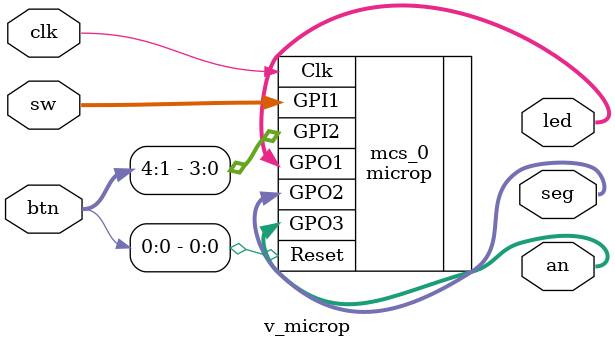
<source format=v>

module v_microp 	(		input 								clk,
								input						[7:0]		sw,
								input						[4:0]		btn,
								output 					[0:6]		seg,
								output 					[7:0]		led,
								output 		 			[0:3]		an			);

microp mcs_0 (
  .Clk(clk), // input Clk
  .Reset(btn[0]), // input Reset
  .GPO1(led), // output [7 : 0] GPO1
  .GPO2(seg), // output [6 : 0] GPO2
  .GPO3(an), // output [3 : 0] GPO3
  .GPI1(sw), // input [7 : 0] GPI1
  .GPI2(btn[4:1]) // input [3 : 0] GPI2
);

endmodule

</source>
